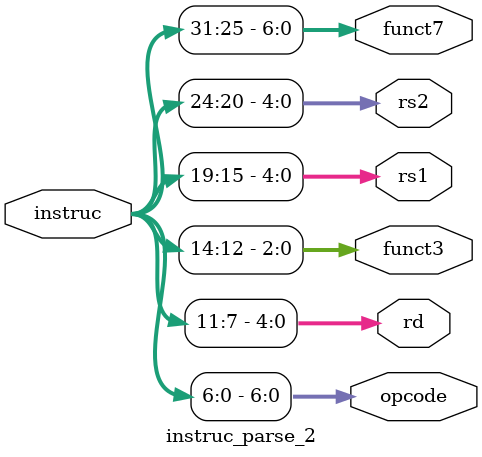
<source format=v>
module instruc_parse_2
(
    input [31:0] instruc,
    output [6:0] opcode,
    output [4:0] rd,
    output [2:0] funct3,
    output [4:0] rs1,
    output [4:0] rs2,
    output [6:0] funct7

);

assign opcode = instruc[6:0];
assign rd = instruc[11:7];
assign funct3 = instruc[14:12];
assign rs1 = instruc[19:15];
assign rs2 = instruc[24:20];
assign funct7 = instruc[31:25];


endmodule // instruc_parse 
</source>
